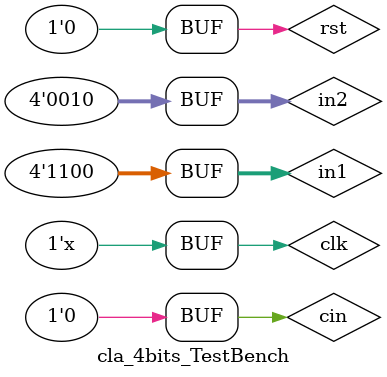
<source format=v>
`timescale 1ns / 1ps


module cla_4bits_TestBench;

	// Inputs
	reg clk;
	reg rst;
	reg [3:0] in1;
	reg [3:0] in2;
	reg cin;

	// Outputs
	wire [3:0] sum;
	wire cout;

	// Instantiate the Unit Under Test (UUT)
	wrapper uut (
		.clk(clk), 
		.rst(rst), 
		.in1(in1), 
		.in2(in2), 
		.cin(cin), 
		.sum(sum), 
		.cout(cout)
	);
	
	initial begin
		// Initialize Inputs
		in1 <= 0;
		in2 <= 0;
		cin <= 0;
		rst <= 1'd1;
		clk <= 0;

		// Wait 100 ns for global reset to finish
		#100; rst <= 0;
	end
	
	always #10 clk=~clk;
	
	initial begin
	
        
		// Add stimulus here
		$monitor ("input1 = %d, input2 = %d, carry_in = %d, sum = %d, carry_out = %d", in1, in2, cin, sum, cout);

		

		
		in1 = 4'd7; in2 = 4'd1; cin = 0;
		#100;
		
		in1 = 4'd3; in2 = 4'd6; cin = 1;
		#100;
		
	   in1 = 4'd3; in2 = 4'd10; cin = 0;
		#100;
		
		in1 = 4'd12; in2 = 4'd2; cin = 0;
		#100;
		
	end
      
endmodule


</source>
